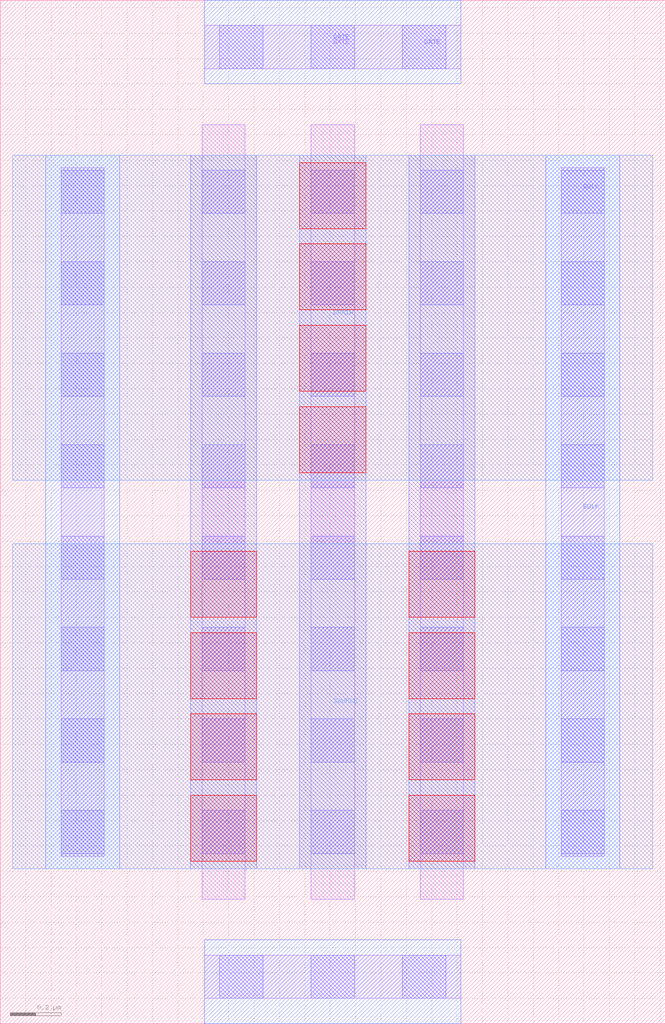
<source format=lef>
# Copyright 2020 The SkyWater PDK Authors
#
# Licensed under the Apache License, Version 2.0 (the "License");
# you may not use this file except in compliance with the License.
# You may obtain a copy of the License at
#
#     https://www.apache.org/licenses/LICENSE-2.0
#
# Unless required by applicable law or agreed to in writing, software
# distributed under the License is distributed on an "AS IS" BASIS,
# WITHOUT WARRANTIES OR CONDITIONS OF ANY KIND, either express or implied.
# See the License for the specific language governing permissions and
# limitations under the License.
#
# SPDX-License-Identifier: Apache-2.0

VERSION 5.7 ;
  NOWIREEXTENSIONATPIN ON ;
  DIVIDERCHAR "/" ;
  BUSBITCHARS "[]" ;
MACRO sky130_fd_pr__rf_pfet_01v8_aM02W3p00L0p15
  CLASS BLOCK ;
  FOREIGN sky130_fd_pr__rf_pfet_01v8_aM02W3p00L0p15 ;
  ORIGIN  0.000000  0.000000 ;
  SIZE  2.620000 BY  4.030000 ;
  PIN BULK
    ANTENNADIFFAREA  1.745800 ;
    PORT
      LAYER li1 ;
        RECT 0.240000 0.660000 0.410000 3.370000 ;
        RECT 2.210000 0.660000 2.380000 3.370000 ;
      LAYER mcon ;
        RECT 0.240000 0.670000 0.410000 0.840000 ;
        RECT 0.240000 1.030000 0.410000 1.200000 ;
        RECT 0.240000 1.390000 0.410000 1.560000 ;
        RECT 0.240000 1.750000 0.410000 1.920000 ;
        RECT 0.240000 2.110000 0.410000 2.280000 ;
        RECT 0.240000 2.470000 0.410000 2.640000 ;
        RECT 0.240000 2.830000 0.410000 3.000000 ;
        RECT 0.240000 3.190000 0.410000 3.360000 ;
        RECT 2.210000 0.670000 2.380000 0.840000 ;
        RECT 2.210000 1.030000 2.380000 1.200000 ;
        RECT 2.210000 1.390000 2.380000 1.560000 ;
        RECT 2.210000 1.750000 2.380000 1.920000 ;
        RECT 2.210000 2.110000 2.380000 2.280000 ;
        RECT 2.210000 2.470000 2.380000 2.640000 ;
        RECT 2.210000 2.830000 2.380000 3.000000 ;
        RECT 2.210000 3.190000 2.380000 3.360000 ;
    END
    PORT
      LAYER met1 ;
        RECT 0.180000 0.610000 0.470000 3.420000 ;
        RECT 2.150000 0.610000 2.440000 3.420000 ;
    END
  END BULK
  PIN DRAIN
    ANTENNADIFFAREA  0.842800 ;
    PORT
      LAYER met2 ;
        RECT 0.050000 2.140000 2.570000 3.420000 ;
    END
  END DRAIN
  PIN GATE
    ANTENNAGATEAREA  0.903000 ;
    PORT
      LAYER li1 ;
        RECT 0.805000 0.100000 1.815000 0.270000 ;
        RECT 0.805000 3.760000 1.815000 3.930000 ;
      LAYER mcon ;
        RECT 0.865000 0.100000 1.035000 0.270000 ;
        RECT 0.865000 3.760000 1.035000 3.930000 ;
        RECT 1.225000 0.100000 1.395000 0.270000 ;
        RECT 1.225000 3.760000 1.395000 3.930000 ;
        RECT 1.585000 0.100000 1.755000 0.270000 ;
        RECT 1.585000 3.760000 1.755000 3.930000 ;
    END
    PORT
      LAYER met1 ;
        RECT 0.805000 0.000000 1.815000 0.330000 ;
        RECT 0.805000 3.700000 1.815000 4.030000 ;
    END
  END GATE
  PIN SOURCE
    ANTENNADIFFAREA  1.685600 ;
    PORT
      LAYER met2 ;
        RECT 0.050000 0.610000 2.570000 1.890000 ;
    END
  END SOURCE
  OBS
    LAYER li1 ;
      RECT 0.795000 0.490000 0.965000 3.540000 ;
      RECT 1.225000 0.490000 1.395000 3.540000 ;
      RECT 1.655000 0.490000 1.825000 3.540000 ;
    LAYER mcon ;
      RECT 0.795000 0.670000 0.965000 0.840000 ;
      RECT 0.795000 1.030000 0.965000 1.200000 ;
      RECT 0.795000 1.390000 0.965000 1.560000 ;
      RECT 0.795000 1.750000 0.965000 1.920000 ;
      RECT 0.795000 2.110000 0.965000 2.280000 ;
      RECT 0.795000 2.470000 0.965000 2.640000 ;
      RECT 0.795000 2.830000 0.965000 3.000000 ;
      RECT 0.795000 3.190000 0.965000 3.360000 ;
      RECT 1.225000 0.670000 1.395000 0.840000 ;
      RECT 1.225000 1.030000 1.395000 1.200000 ;
      RECT 1.225000 1.390000 1.395000 1.560000 ;
      RECT 1.225000 1.750000 1.395000 1.920000 ;
      RECT 1.225000 2.110000 1.395000 2.280000 ;
      RECT 1.225000 2.470000 1.395000 2.640000 ;
      RECT 1.225000 2.830000 1.395000 3.000000 ;
      RECT 1.225000 3.190000 1.395000 3.360000 ;
      RECT 1.655000 0.670000 1.825000 0.840000 ;
      RECT 1.655000 1.030000 1.825000 1.200000 ;
      RECT 1.655000 1.390000 1.825000 1.560000 ;
      RECT 1.655000 1.750000 1.825000 1.920000 ;
      RECT 1.655000 2.110000 1.825000 2.280000 ;
      RECT 1.655000 2.470000 1.825000 2.640000 ;
      RECT 1.655000 2.830000 1.825000 3.000000 ;
      RECT 1.655000 3.190000 1.825000 3.360000 ;
    LAYER met1 ;
      RECT 0.750000 0.610000 1.010000 3.420000 ;
      RECT 1.180000 0.610000 1.440000 3.420000 ;
      RECT 1.610000 0.610000 1.870000 3.420000 ;
    LAYER via ;
      RECT 0.750000 0.640000 1.010000 0.900000 ;
      RECT 0.750000 0.960000 1.010000 1.220000 ;
      RECT 0.750000 1.280000 1.010000 1.540000 ;
      RECT 0.750000 1.600000 1.010000 1.860000 ;
      RECT 1.180000 2.170000 1.440000 2.430000 ;
      RECT 1.180000 2.490000 1.440000 2.750000 ;
      RECT 1.180000 2.810000 1.440000 3.070000 ;
      RECT 1.180000 3.130000 1.440000 3.390000 ;
      RECT 1.610000 0.640000 1.870000 0.900000 ;
      RECT 1.610000 0.960000 1.870000 1.220000 ;
      RECT 1.610000 1.280000 1.870000 1.540000 ;
      RECT 1.610000 1.600000 1.870000 1.860000 ;
  END
END sky130_fd_pr__rf_pfet_01v8_aM02W3p00L0p15
END LIBRARY

</source>
